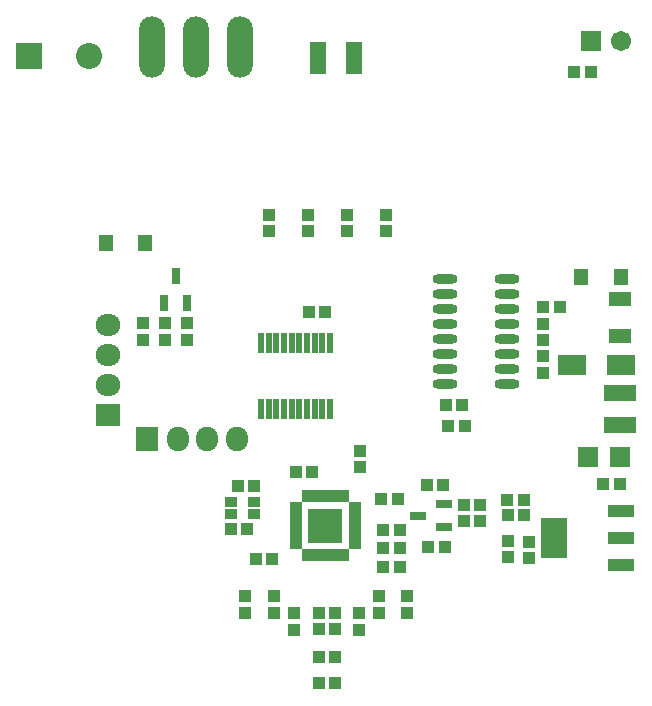
<source format=gts>
G04*
G04 #@! TF.GenerationSoftware,Altium Limited,Altium Designer,21.0.8 (223)*
G04*
G04 Layer_Color=8388736*
%FSTAX24Y24*%
%MOIN*%
G70*
G04*
G04 #@! TF.SameCoordinates,EFB7B91B-664B-4525-AB40-38F40083A00E*
G04*
G04*
G04 #@! TF.FilePolarity,Negative*
G04*
G01*
G75*
%ADD41R,0.0395X0.0434*%
%ADD42R,0.0434X0.0395*%
%ADD43R,0.0907X0.0434*%
%ADD44R,0.0907X0.1340*%
%ADD45R,0.1104X0.0552*%
%ADD46R,0.0671X0.0710*%
%ADD47R,0.0946X0.0671*%
%ADD48R,0.0769X0.0513*%
%ADD49R,0.0474X0.0552*%
%ADD50R,0.0552X0.1064*%
%ADD51O,0.0867X0.2049*%
%ADD52R,0.0198X0.0690*%
%ADD53R,0.0200X0.0405*%
%ADD54R,0.0405X0.0200*%
%ADD55R,0.1143X0.1143*%
%ADD56O,0.0828X0.0316*%
%ADD57R,0.0533X0.0316*%
%ADD58R,0.0389X0.0370*%
%ADD59R,0.0316X0.0533*%
%ADD60O,0.0730X0.0830*%
%ADD61R,0.0730X0.0830*%
%ADD62C,0.0867*%
%ADD63R,0.0867X0.0867*%
%ADD64O,0.0830X0.0730*%
%ADD65R,0.0830X0.0730*%
%ADD66C,0.0671*%
%ADD67R,0.0671X0.0671*%
D41*
X029562Y034627D02*
D03*
X029011D02*
D03*
X031626Y03148D02*
D03*
X031075D02*
D03*
X03163Y030965D02*
D03*
X031079D02*
D03*
X034274Y031993D02*
D03*
X034825D02*
D03*
X024443Y037733D02*
D03*
X024994D02*
D03*
X033858Y045748D02*
D03*
X033307D02*
D03*
X02748Y029854D02*
D03*
X026929D02*
D03*
X029098Y033932D02*
D03*
X029649D02*
D03*
X032821Y037901D02*
D03*
X032269D02*
D03*
X028429Y029898D02*
D03*
X02898D02*
D03*
X02185Y030499D02*
D03*
X022402D02*
D03*
X022085Y031929D02*
D03*
X022637D02*
D03*
X028376Y031981D02*
D03*
X028927D02*
D03*
X027425Y031504D02*
D03*
X026874D02*
D03*
X026929Y030481D02*
D03*
X02748D02*
D03*
X027484Y02922D02*
D03*
X026933D02*
D03*
X024791Y025381D02*
D03*
X025342D02*
D03*
X024791Y026248D02*
D03*
X025342D02*
D03*
X024571Y032402D02*
D03*
X02402D02*
D03*
X022685Y029516D02*
D03*
X023236D02*
D03*
D42*
X02615Y033118D02*
D03*
Y032567D02*
D03*
X031082Y029562D02*
D03*
Y030113D02*
D03*
X031783Y029528D02*
D03*
Y030079D02*
D03*
X024429Y040978D02*
D03*
Y040427D02*
D03*
X023126D02*
D03*
Y040978D02*
D03*
X027035Y040427D02*
D03*
Y040978D02*
D03*
X025732D02*
D03*
Y040427D02*
D03*
X032269Y036264D02*
D03*
Y035713D02*
D03*
Y0368D02*
D03*
Y037352D02*
D03*
X018913Y036815D02*
D03*
Y037366D02*
D03*
X029626Y030755D02*
D03*
Y031306D02*
D03*
X030166D02*
D03*
Y030755D02*
D03*
X026795Y027704D02*
D03*
Y028255D02*
D03*
X02772Y027705D02*
D03*
Y028256D02*
D03*
X026115Y027153D02*
D03*
Y027704D02*
D03*
X025319Y027705D02*
D03*
Y027154D02*
D03*
X024776Y027705D02*
D03*
Y027154D02*
D03*
X023945Y027153D02*
D03*
Y027704D02*
D03*
X023289D02*
D03*
Y028256D02*
D03*
X022335Y028256D02*
D03*
Y027705D02*
D03*
X019657Y036811D02*
D03*
Y037362D02*
D03*
X020398Y036819D02*
D03*
Y03737D02*
D03*
D43*
X034872Y029294D02*
D03*
Y0302D02*
D03*
Y031105D02*
D03*
D44*
X032628Y0302D02*
D03*
D45*
X03482Y033981D02*
D03*
Y035044D02*
D03*
D46*
X03375Y032894D02*
D03*
X034813D02*
D03*
D47*
X034862Y035961D02*
D03*
X033209D02*
D03*
D48*
X034836Y038171D02*
D03*
Y036951D02*
D03*
D49*
X034843Y038916D02*
D03*
X033542D02*
D03*
X017691Y040043D02*
D03*
X018991D02*
D03*
D50*
X024764Y046203D02*
D03*
X025945D02*
D03*
D51*
X022173Y046557D02*
D03*
X020693D02*
D03*
X019213D02*
D03*
D52*
X025162Y036718D02*
D03*
X024906D02*
D03*
X02465D02*
D03*
X024395D02*
D03*
X024139D02*
D03*
X023883D02*
D03*
X023627D02*
D03*
X023371D02*
D03*
X023115D02*
D03*
X022859D02*
D03*
Y034513D02*
D03*
X023115D02*
D03*
X023371D02*
D03*
X023627D02*
D03*
X023883D02*
D03*
X024139D02*
D03*
X024395D02*
D03*
X02465D02*
D03*
X024906D02*
D03*
X025162D02*
D03*
D53*
X024311Y029634D02*
D03*
X024507D02*
D03*
X024704D02*
D03*
X024901D02*
D03*
X025098D02*
D03*
X025295D02*
D03*
X025491D02*
D03*
X025688D02*
D03*
Y031602D02*
D03*
X025491D02*
D03*
X025295D02*
D03*
X025098D02*
D03*
X024901D02*
D03*
X024704D02*
D03*
X024507D02*
D03*
X024311D02*
D03*
D54*
X025984Y029929D02*
D03*
Y030126D02*
D03*
Y030323D02*
D03*
Y03052D02*
D03*
Y030716D02*
D03*
Y030913D02*
D03*
Y03111D02*
D03*
Y031307D02*
D03*
X024015D02*
D03*
Y03111D02*
D03*
Y030913D02*
D03*
Y030716D02*
D03*
Y03052D02*
D03*
Y030323D02*
D03*
Y030126D02*
D03*
Y029929D02*
D03*
D55*
X025Y030619D02*
D03*
D56*
X029006Y038826D02*
D03*
Y038326D02*
D03*
Y037826D02*
D03*
Y037326D02*
D03*
Y036826D02*
D03*
Y036326D02*
D03*
Y035826D02*
D03*
Y035326D02*
D03*
X031053Y038826D02*
D03*
Y038326D02*
D03*
Y037826D02*
D03*
Y037326D02*
D03*
Y036826D02*
D03*
Y036326D02*
D03*
Y035826D02*
D03*
Y035326D02*
D03*
D57*
X028968Y030572D02*
D03*
Y03132D02*
D03*
X028082Y030946D02*
D03*
D58*
X022627Y031011D02*
D03*
X021859D02*
D03*
Y031405D02*
D03*
X022627D02*
D03*
D59*
X019642Y038045D02*
D03*
X02039D02*
D03*
X020016Y038931D02*
D03*
D60*
X022071Y033488D02*
D03*
X020081D02*
D03*
X021061D02*
D03*
D61*
X019071D02*
D03*
D62*
X01711Y046285D02*
D03*
D63*
X01511D02*
D03*
D64*
X017748Y037305D02*
D03*
Y035315D02*
D03*
Y036295D02*
D03*
D65*
Y034305D02*
D03*
D66*
X034843Y046772D02*
D03*
D67*
X033843D02*
D03*
M02*

</source>
